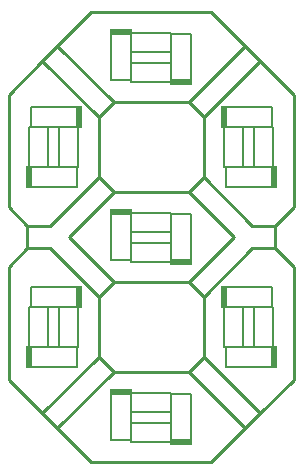
<source format=gto>
G75*
G70*
%OFA0B0*%
%FSLAX24Y24*%
%IPPOS*%
%LPD*%
%AMOC8*
5,1,8,0,0,1.08239X$1,22.5*
%
%ADD10C,0.0080*%
%ADD11R,0.0240X0.0760*%
%ADD12R,0.0760X0.0240*%
%ADD13C,0.0070*%
%ADD14C,0.0100*%
D10*
X004510Y001840D02*
X004510Y003360D01*
X005190Y003360D01*
X005190Y002780D01*
X005190Y002420D01*
X005190Y001840D01*
X004510Y001840D01*
X006510Y001840D02*
X006510Y002420D01*
X006510Y002780D01*
X006510Y003360D01*
X007190Y003360D01*
X007190Y001840D01*
X006510Y001840D01*
X008340Y004260D02*
X008340Y004940D01*
X008920Y004940D01*
X009280Y004940D01*
X009860Y004940D01*
X009860Y004260D01*
X008340Y004260D01*
X003360Y004260D02*
X001840Y004260D01*
X001840Y004940D01*
X002420Y004940D01*
X002780Y004940D01*
X003360Y004940D01*
X003360Y004260D01*
X003360Y006260D02*
X002780Y006260D01*
X002420Y006260D01*
X001840Y006260D01*
X001840Y006940D01*
X003360Y006940D01*
X003360Y006260D01*
X004510Y007840D02*
X004510Y009360D01*
X005190Y009360D01*
X005190Y008780D01*
X005190Y008420D01*
X005190Y007840D01*
X004510Y007840D01*
X006510Y007840D02*
X006510Y008420D01*
X006510Y008780D01*
X006510Y009360D01*
X007190Y009360D01*
X007190Y007840D01*
X006510Y007840D01*
X008340Y006940D02*
X009860Y006940D01*
X009860Y006260D01*
X009280Y006260D01*
X008920Y006260D01*
X008340Y006260D01*
X008340Y006940D01*
X008340Y010260D02*
X008340Y010940D01*
X008920Y010940D01*
X009280Y010940D01*
X009860Y010940D01*
X009860Y010260D01*
X008340Y010260D01*
X003360Y010260D02*
X001840Y010260D01*
X001840Y010940D01*
X002420Y010940D01*
X002780Y010940D01*
X003360Y010940D01*
X003360Y010260D01*
X003360Y012260D02*
X002780Y012260D01*
X002420Y012260D01*
X001840Y012260D01*
X001840Y012940D01*
X003360Y012940D01*
X003360Y012260D01*
X004510Y013840D02*
X004510Y015360D01*
X005190Y015360D01*
X005190Y014780D01*
X005190Y014420D01*
X005190Y013840D01*
X004510Y013840D01*
X006510Y013840D02*
X006510Y014420D01*
X006510Y014780D01*
X006510Y015360D01*
X007190Y015360D01*
X007190Y013840D01*
X006510Y013840D01*
X008340Y012940D02*
X009860Y012940D01*
X009860Y012260D01*
X009280Y012260D01*
X008920Y012260D01*
X008340Y012260D01*
X008340Y012940D01*
D11*
X008260Y012600D03*
X003440Y012600D03*
X001760Y010600D03*
X009940Y010600D03*
X008260Y006600D03*
X003440Y006600D03*
X001760Y004600D03*
X009940Y004600D03*
D12*
X004850Y003440D03*
X006850Y001760D03*
X006850Y007760D03*
X004850Y009440D03*
X006850Y013760D03*
X004850Y015440D03*
D13*
X005190Y015420D02*
X005190Y014780D01*
X006510Y014780D01*
X006510Y015420D01*
X005190Y015420D01*
X005190Y014420D02*
X006510Y014420D01*
X006510Y013780D01*
X005190Y013780D01*
X005190Y014420D01*
X003420Y012260D02*
X002780Y012260D01*
X002780Y010940D01*
X003420Y010940D01*
X003420Y012260D01*
X002420Y012260D02*
X002420Y010940D01*
X001780Y010940D01*
X001780Y012260D01*
X002420Y012260D01*
X008280Y012260D02*
X008280Y010940D01*
X008920Y010940D01*
X008920Y012260D01*
X008280Y012260D01*
X009280Y012260D02*
X009920Y012260D01*
X009920Y010940D01*
X009280Y010940D01*
X009280Y012260D01*
X006510Y009420D02*
X005190Y009420D01*
X005190Y008780D01*
X006510Y008780D01*
X006510Y009420D01*
X006510Y008420D02*
X005190Y008420D01*
X005190Y007780D01*
X006510Y007780D01*
X006510Y008420D01*
X008280Y006260D02*
X008920Y006260D01*
X008920Y004940D01*
X008280Y004940D01*
X008280Y006260D01*
X009280Y006260D02*
X009920Y006260D01*
X009920Y004940D01*
X009280Y004940D01*
X009280Y006260D01*
X003420Y006260D02*
X003420Y004940D01*
X002780Y004940D01*
X002780Y006260D01*
X003420Y006260D01*
X002420Y006260D02*
X002420Y004940D01*
X001780Y004940D01*
X001780Y006260D01*
X002420Y006260D01*
X005190Y003420D02*
X005190Y002780D01*
X006510Y002780D01*
X006510Y003420D01*
X005190Y003420D01*
X005190Y002420D02*
X006510Y002420D01*
X006510Y001780D01*
X005190Y001780D01*
X005190Y002420D01*
D14*
X003850Y001100D02*
X002725Y002225D01*
X002225Y002725D01*
X001100Y003850D01*
X001100Y007600D01*
X001725Y008225D01*
X001725Y008975D01*
X001100Y009600D01*
X001100Y013350D01*
X002225Y014475D01*
X004100Y012600D01*
X004600Y013100D01*
X002725Y014975D01*
X003850Y016100D01*
X007850Y016100D01*
X008975Y014975D01*
X007100Y013100D01*
X007600Y012600D01*
X009475Y014475D01*
X010600Y013350D01*
X010600Y009600D01*
X009975Y008975D01*
X009975Y008225D01*
X010600Y007600D01*
X010600Y003850D01*
X009475Y002725D01*
X008975Y002225D01*
X007100Y004100D01*
X007600Y004600D01*
X009475Y002725D01*
X008975Y002225D02*
X007850Y001100D01*
X003850Y001100D01*
X002725Y002225D02*
X004600Y004100D01*
X004100Y004600D01*
X002225Y002725D01*
X004600Y004100D02*
X007100Y004100D01*
X007600Y004600D02*
X007600Y006600D01*
X007100Y007100D01*
X008600Y008600D01*
X007100Y010100D01*
X007600Y010600D01*
X009225Y008975D01*
X009975Y008975D01*
X009975Y008225D02*
X009225Y008225D01*
X007600Y006600D01*
X007100Y007100D02*
X004600Y007100D01*
X004100Y006600D01*
X002475Y008225D01*
X001725Y008225D01*
X003100Y008600D02*
X004600Y007100D01*
X004100Y006600D02*
X004100Y004600D01*
X003100Y008600D02*
X004600Y010100D01*
X004100Y010600D01*
X002475Y008975D01*
X001725Y008975D01*
X004600Y010100D02*
X007100Y010100D01*
X007600Y010600D02*
X007600Y012600D01*
X007100Y013100D02*
X004600Y013100D01*
X004100Y012600D02*
X004100Y010600D01*
X002225Y014475D02*
X002725Y014975D01*
X008975Y014975D02*
X009475Y014475D01*
M02*

</source>
